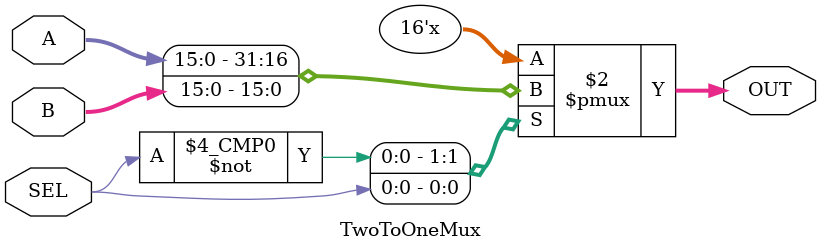
<source format=v>
module TwoToOneMux
#(parameter SIZE = 16)
( 	
input SEL,
input [ SIZE - 1 : 0 ] A, B, 
output reg [ SIZE -1 : 0 ] OUT)
;

always@(*)
begin 
	case(SEL)
		1'b0 : OUT = A;
		1'b1 : OUT = B;
	endcase
end 
endmodule

</source>
